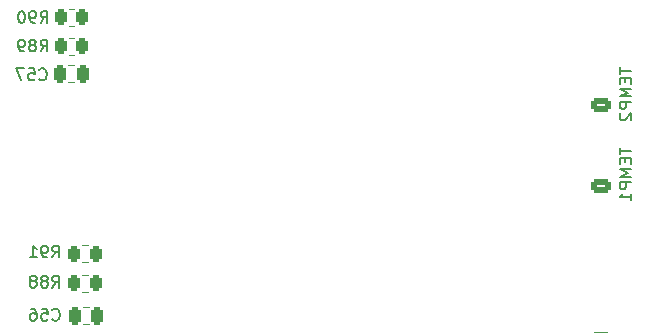
<source format=gbo>
G04 #@! TF.GenerationSoftware,KiCad,Pcbnew,(7.0.0-0)*
G04 #@! TF.CreationDate,2023-03-08T11:07:37+01:00*
G04 #@! TF.ProjectId,Flux_BMS,466c7578-5f42-44d5-932e-6b696361645f,rev?*
G04 #@! TF.SameCoordinates,Original*
G04 #@! TF.FileFunction,Legend,Bot*
G04 #@! TF.FilePolarity,Positive*
%FSLAX46Y46*%
G04 Gerber Fmt 4.6, Leading zero omitted, Abs format (unit mm)*
G04 Created by KiCad (PCBNEW (7.0.0-0)) date 2023-03-08 11:07:37*
%MOMM*%
%LPD*%
G01*
G04 APERTURE LIST*
G04 Aperture macros list*
%AMRoundRect*
0 Rectangle with rounded corners*
0 $1 Rounding radius*
0 $2 $3 $4 $5 $6 $7 $8 $9 X,Y pos of 4 corners*
0 Add a 4 corners polygon primitive as box body*
4,1,4,$2,$3,$4,$5,$6,$7,$8,$9,$2,$3,0*
0 Add four circle primitives for the rounded corners*
1,1,$1+$1,$2,$3*
1,1,$1+$1,$4,$5*
1,1,$1+$1,$6,$7*
1,1,$1+$1,$8,$9*
0 Add four rect primitives between the rounded corners*
20,1,$1+$1,$2,$3,$4,$5,0*
20,1,$1+$1,$4,$5,$6,$7,0*
20,1,$1+$1,$6,$7,$8,$9,0*
20,1,$1+$1,$8,$9,$2,$3,0*%
G04 Aperture macros list end*
%ADD10C,0.150000*%
%ADD11C,0.120000*%
%ADD12C,1.000000*%
%ADD13C,0.650000*%
%ADD14O,1.000000X2.100000*%
%ADD15O,1.000000X1.600000*%
%ADD16RoundRect,0.250000X0.625000X-0.350000X0.625000X0.350000X-0.625000X0.350000X-0.625000X-0.350000X0*%
%ADD17O,1.750000X1.200000*%
%ADD18C,3.200000*%
%ADD19C,0.600000*%
%ADD20RoundRect,0.250000X-0.625000X0.350000X-0.625000X-0.350000X0.625000X-0.350000X0.625000X0.350000X0*%
%ADD21RoundRect,0.250000X-0.350000X-0.625000X0.350000X-0.625000X0.350000X0.625000X-0.350000X0.625000X0*%
%ADD22O,1.200000X1.750000*%
%ADD23R,1.700000X1.700000*%
%ADD24O,1.700000X1.700000*%
%ADD25RoundRect,0.250000X0.262500X0.450000X-0.262500X0.450000X-0.262500X-0.450000X0.262500X-0.450000X0*%
%ADD26RoundRect,0.250000X-0.250000X-0.475000X0.250000X-0.475000X0.250000X0.475000X-0.250000X0.475000X0*%
G04 APERTURE END LIST*
D10*
X157517380Y-103614286D02*
X157517380Y-104185714D01*
X158517380Y-103900000D02*
X157517380Y-103900000D01*
X157993571Y-104519048D02*
X157993571Y-104852381D01*
X158517380Y-104995238D02*
X158517380Y-104519048D01*
X158517380Y-104519048D02*
X157517380Y-104519048D01*
X157517380Y-104519048D02*
X157517380Y-104995238D01*
X158517380Y-105423810D02*
X157517380Y-105423810D01*
X157517380Y-105423810D02*
X158231666Y-105757143D01*
X158231666Y-105757143D02*
X157517380Y-106090476D01*
X157517380Y-106090476D02*
X158517380Y-106090476D01*
X158517380Y-106566667D02*
X157517380Y-106566667D01*
X157517380Y-106566667D02*
X157517380Y-106947619D01*
X157517380Y-106947619D02*
X157565000Y-107042857D01*
X157565000Y-107042857D02*
X157612619Y-107090476D01*
X157612619Y-107090476D02*
X157707857Y-107138095D01*
X157707857Y-107138095D02*
X157850714Y-107138095D01*
X157850714Y-107138095D02*
X157945952Y-107090476D01*
X157945952Y-107090476D02*
X157993571Y-107042857D01*
X157993571Y-107042857D02*
X158041190Y-106947619D01*
X158041190Y-106947619D02*
X158041190Y-106566667D01*
X157612619Y-107519048D02*
X157565000Y-107566667D01*
X157565000Y-107566667D02*
X157517380Y-107661905D01*
X157517380Y-107661905D02*
X157517380Y-107900000D01*
X157517380Y-107900000D02*
X157565000Y-107995238D01*
X157565000Y-107995238D02*
X157612619Y-108042857D01*
X157612619Y-108042857D02*
X157707857Y-108090476D01*
X157707857Y-108090476D02*
X157803095Y-108090476D01*
X157803095Y-108090476D02*
X157945952Y-108042857D01*
X157945952Y-108042857D02*
X158517380Y-107471429D01*
X158517380Y-107471429D02*
X158517380Y-108090476D01*
X157517380Y-110414286D02*
X157517380Y-110985714D01*
X158517380Y-110700000D02*
X157517380Y-110700000D01*
X157993571Y-111319048D02*
X157993571Y-111652381D01*
X158517380Y-111795238D02*
X158517380Y-111319048D01*
X158517380Y-111319048D02*
X157517380Y-111319048D01*
X157517380Y-111319048D02*
X157517380Y-111795238D01*
X158517380Y-112223810D02*
X157517380Y-112223810D01*
X157517380Y-112223810D02*
X158231666Y-112557143D01*
X158231666Y-112557143D02*
X157517380Y-112890476D01*
X157517380Y-112890476D02*
X158517380Y-112890476D01*
X158517380Y-113366667D02*
X157517380Y-113366667D01*
X157517380Y-113366667D02*
X157517380Y-113747619D01*
X157517380Y-113747619D02*
X157565000Y-113842857D01*
X157565000Y-113842857D02*
X157612619Y-113890476D01*
X157612619Y-113890476D02*
X157707857Y-113938095D01*
X157707857Y-113938095D02*
X157850714Y-113938095D01*
X157850714Y-113938095D02*
X157945952Y-113890476D01*
X157945952Y-113890476D02*
X157993571Y-113842857D01*
X157993571Y-113842857D02*
X158041190Y-113747619D01*
X158041190Y-113747619D02*
X158041190Y-113366667D01*
X158517380Y-114890476D02*
X158517380Y-114319048D01*
X158517380Y-114604762D02*
X157517380Y-114604762D01*
X157517380Y-114604762D02*
X157660238Y-114509524D01*
X157660238Y-114509524D02*
X157755476Y-114414286D01*
X157755476Y-114414286D02*
X157803095Y-114319048D01*
X108492857Y-102267380D02*
X108826190Y-101791190D01*
X109064285Y-102267380D02*
X109064285Y-101267380D01*
X109064285Y-101267380D02*
X108683333Y-101267380D01*
X108683333Y-101267380D02*
X108588095Y-101315000D01*
X108588095Y-101315000D02*
X108540476Y-101362619D01*
X108540476Y-101362619D02*
X108492857Y-101457857D01*
X108492857Y-101457857D02*
X108492857Y-101600714D01*
X108492857Y-101600714D02*
X108540476Y-101695952D01*
X108540476Y-101695952D02*
X108588095Y-101743571D01*
X108588095Y-101743571D02*
X108683333Y-101791190D01*
X108683333Y-101791190D02*
X109064285Y-101791190D01*
X107921428Y-101695952D02*
X108016666Y-101648333D01*
X108016666Y-101648333D02*
X108064285Y-101600714D01*
X108064285Y-101600714D02*
X108111904Y-101505476D01*
X108111904Y-101505476D02*
X108111904Y-101457857D01*
X108111904Y-101457857D02*
X108064285Y-101362619D01*
X108064285Y-101362619D02*
X108016666Y-101315000D01*
X108016666Y-101315000D02*
X107921428Y-101267380D01*
X107921428Y-101267380D02*
X107730952Y-101267380D01*
X107730952Y-101267380D02*
X107635714Y-101315000D01*
X107635714Y-101315000D02*
X107588095Y-101362619D01*
X107588095Y-101362619D02*
X107540476Y-101457857D01*
X107540476Y-101457857D02*
X107540476Y-101505476D01*
X107540476Y-101505476D02*
X107588095Y-101600714D01*
X107588095Y-101600714D02*
X107635714Y-101648333D01*
X107635714Y-101648333D02*
X107730952Y-101695952D01*
X107730952Y-101695952D02*
X107921428Y-101695952D01*
X107921428Y-101695952D02*
X108016666Y-101743571D01*
X108016666Y-101743571D02*
X108064285Y-101791190D01*
X108064285Y-101791190D02*
X108111904Y-101886428D01*
X108111904Y-101886428D02*
X108111904Y-102076904D01*
X108111904Y-102076904D02*
X108064285Y-102172142D01*
X108064285Y-102172142D02*
X108016666Y-102219761D01*
X108016666Y-102219761D02*
X107921428Y-102267380D01*
X107921428Y-102267380D02*
X107730952Y-102267380D01*
X107730952Y-102267380D02*
X107635714Y-102219761D01*
X107635714Y-102219761D02*
X107588095Y-102172142D01*
X107588095Y-102172142D02*
X107540476Y-102076904D01*
X107540476Y-102076904D02*
X107540476Y-101886428D01*
X107540476Y-101886428D02*
X107588095Y-101791190D01*
X107588095Y-101791190D02*
X107635714Y-101743571D01*
X107635714Y-101743571D02*
X107730952Y-101695952D01*
X107064285Y-102267380D02*
X106873809Y-102267380D01*
X106873809Y-102267380D02*
X106778571Y-102219761D01*
X106778571Y-102219761D02*
X106730952Y-102172142D01*
X106730952Y-102172142D02*
X106635714Y-102029285D01*
X106635714Y-102029285D02*
X106588095Y-101838809D01*
X106588095Y-101838809D02*
X106588095Y-101457857D01*
X106588095Y-101457857D02*
X106635714Y-101362619D01*
X106635714Y-101362619D02*
X106683333Y-101315000D01*
X106683333Y-101315000D02*
X106778571Y-101267380D01*
X106778571Y-101267380D02*
X106969047Y-101267380D01*
X106969047Y-101267380D02*
X107064285Y-101315000D01*
X107064285Y-101315000D02*
X107111904Y-101362619D01*
X107111904Y-101362619D02*
X107159523Y-101457857D01*
X107159523Y-101457857D02*
X107159523Y-101695952D01*
X107159523Y-101695952D02*
X107111904Y-101791190D01*
X107111904Y-101791190D02*
X107064285Y-101838809D01*
X107064285Y-101838809D02*
X106969047Y-101886428D01*
X106969047Y-101886428D02*
X106778571Y-101886428D01*
X106778571Y-101886428D02*
X106683333Y-101838809D01*
X106683333Y-101838809D02*
X106635714Y-101791190D01*
X106635714Y-101791190D02*
X106588095Y-101695952D01*
X108492857Y-99867380D02*
X108826190Y-99391190D01*
X109064285Y-99867380D02*
X109064285Y-98867380D01*
X109064285Y-98867380D02*
X108683333Y-98867380D01*
X108683333Y-98867380D02*
X108588095Y-98915000D01*
X108588095Y-98915000D02*
X108540476Y-98962619D01*
X108540476Y-98962619D02*
X108492857Y-99057857D01*
X108492857Y-99057857D02*
X108492857Y-99200714D01*
X108492857Y-99200714D02*
X108540476Y-99295952D01*
X108540476Y-99295952D02*
X108588095Y-99343571D01*
X108588095Y-99343571D02*
X108683333Y-99391190D01*
X108683333Y-99391190D02*
X109064285Y-99391190D01*
X108016666Y-99867380D02*
X107826190Y-99867380D01*
X107826190Y-99867380D02*
X107730952Y-99819761D01*
X107730952Y-99819761D02*
X107683333Y-99772142D01*
X107683333Y-99772142D02*
X107588095Y-99629285D01*
X107588095Y-99629285D02*
X107540476Y-99438809D01*
X107540476Y-99438809D02*
X107540476Y-99057857D01*
X107540476Y-99057857D02*
X107588095Y-98962619D01*
X107588095Y-98962619D02*
X107635714Y-98915000D01*
X107635714Y-98915000D02*
X107730952Y-98867380D01*
X107730952Y-98867380D02*
X107921428Y-98867380D01*
X107921428Y-98867380D02*
X108016666Y-98915000D01*
X108016666Y-98915000D02*
X108064285Y-98962619D01*
X108064285Y-98962619D02*
X108111904Y-99057857D01*
X108111904Y-99057857D02*
X108111904Y-99295952D01*
X108111904Y-99295952D02*
X108064285Y-99391190D01*
X108064285Y-99391190D02*
X108016666Y-99438809D01*
X108016666Y-99438809D02*
X107921428Y-99486428D01*
X107921428Y-99486428D02*
X107730952Y-99486428D01*
X107730952Y-99486428D02*
X107635714Y-99438809D01*
X107635714Y-99438809D02*
X107588095Y-99391190D01*
X107588095Y-99391190D02*
X107540476Y-99295952D01*
X106921428Y-98867380D02*
X106826190Y-98867380D01*
X106826190Y-98867380D02*
X106730952Y-98915000D01*
X106730952Y-98915000D02*
X106683333Y-98962619D01*
X106683333Y-98962619D02*
X106635714Y-99057857D01*
X106635714Y-99057857D02*
X106588095Y-99248333D01*
X106588095Y-99248333D02*
X106588095Y-99486428D01*
X106588095Y-99486428D02*
X106635714Y-99676904D01*
X106635714Y-99676904D02*
X106683333Y-99772142D01*
X106683333Y-99772142D02*
X106730952Y-99819761D01*
X106730952Y-99819761D02*
X106826190Y-99867380D01*
X106826190Y-99867380D02*
X106921428Y-99867380D01*
X106921428Y-99867380D02*
X107016666Y-99819761D01*
X107016666Y-99819761D02*
X107064285Y-99772142D01*
X107064285Y-99772142D02*
X107111904Y-99676904D01*
X107111904Y-99676904D02*
X107159523Y-99486428D01*
X107159523Y-99486428D02*
X107159523Y-99248333D01*
X107159523Y-99248333D02*
X107111904Y-99057857D01*
X107111904Y-99057857D02*
X107064285Y-98962619D01*
X107064285Y-98962619D02*
X107016666Y-98915000D01*
X107016666Y-98915000D02*
X106921428Y-98867380D01*
X108392857Y-104622142D02*
X108440476Y-104669761D01*
X108440476Y-104669761D02*
X108583333Y-104717380D01*
X108583333Y-104717380D02*
X108678571Y-104717380D01*
X108678571Y-104717380D02*
X108821428Y-104669761D01*
X108821428Y-104669761D02*
X108916666Y-104574523D01*
X108916666Y-104574523D02*
X108964285Y-104479285D01*
X108964285Y-104479285D02*
X109011904Y-104288809D01*
X109011904Y-104288809D02*
X109011904Y-104145952D01*
X109011904Y-104145952D02*
X108964285Y-103955476D01*
X108964285Y-103955476D02*
X108916666Y-103860238D01*
X108916666Y-103860238D02*
X108821428Y-103765000D01*
X108821428Y-103765000D02*
X108678571Y-103717380D01*
X108678571Y-103717380D02*
X108583333Y-103717380D01*
X108583333Y-103717380D02*
X108440476Y-103765000D01*
X108440476Y-103765000D02*
X108392857Y-103812619D01*
X107488095Y-103717380D02*
X107964285Y-103717380D01*
X107964285Y-103717380D02*
X108011904Y-104193571D01*
X108011904Y-104193571D02*
X107964285Y-104145952D01*
X107964285Y-104145952D02*
X107869047Y-104098333D01*
X107869047Y-104098333D02*
X107630952Y-104098333D01*
X107630952Y-104098333D02*
X107535714Y-104145952D01*
X107535714Y-104145952D02*
X107488095Y-104193571D01*
X107488095Y-104193571D02*
X107440476Y-104288809D01*
X107440476Y-104288809D02*
X107440476Y-104526904D01*
X107440476Y-104526904D02*
X107488095Y-104622142D01*
X107488095Y-104622142D02*
X107535714Y-104669761D01*
X107535714Y-104669761D02*
X107630952Y-104717380D01*
X107630952Y-104717380D02*
X107869047Y-104717380D01*
X107869047Y-104717380D02*
X107964285Y-104669761D01*
X107964285Y-104669761D02*
X108011904Y-104622142D01*
X107107142Y-103717380D02*
X106440476Y-103717380D01*
X106440476Y-103717380D02*
X106869047Y-104717380D01*
X109492857Y-122267380D02*
X109826190Y-121791190D01*
X110064285Y-122267380D02*
X110064285Y-121267380D01*
X110064285Y-121267380D02*
X109683333Y-121267380D01*
X109683333Y-121267380D02*
X109588095Y-121315000D01*
X109588095Y-121315000D02*
X109540476Y-121362619D01*
X109540476Y-121362619D02*
X109492857Y-121457857D01*
X109492857Y-121457857D02*
X109492857Y-121600714D01*
X109492857Y-121600714D02*
X109540476Y-121695952D01*
X109540476Y-121695952D02*
X109588095Y-121743571D01*
X109588095Y-121743571D02*
X109683333Y-121791190D01*
X109683333Y-121791190D02*
X110064285Y-121791190D01*
X108921428Y-121695952D02*
X109016666Y-121648333D01*
X109016666Y-121648333D02*
X109064285Y-121600714D01*
X109064285Y-121600714D02*
X109111904Y-121505476D01*
X109111904Y-121505476D02*
X109111904Y-121457857D01*
X109111904Y-121457857D02*
X109064285Y-121362619D01*
X109064285Y-121362619D02*
X109016666Y-121315000D01*
X109016666Y-121315000D02*
X108921428Y-121267380D01*
X108921428Y-121267380D02*
X108730952Y-121267380D01*
X108730952Y-121267380D02*
X108635714Y-121315000D01*
X108635714Y-121315000D02*
X108588095Y-121362619D01*
X108588095Y-121362619D02*
X108540476Y-121457857D01*
X108540476Y-121457857D02*
X108540476Y-121505476D01*
X108540476Y-121505476D02*
X108588095Y-121600714D01*
X108588095Y-121600714D02*
X108635714Y-121648333D01*
X108635714Y-121648333D02*
X108730952Y-121695952D01*
X108730952Y-121695952D02*
X108921428Y-121695952D01*
X108921428Y-121695952D02*
X109016666Y-121743571D01*
X109016666Y-121743571D02*
X109064285Y-121791190D01*
X109064285Y-121791190D02*
X109111904Y-121886428D01*
X109111904Y-121886428D02*
X109111904Y-122076904D01*
X109111904Y-122076904D02*
X109064285Y-122172142D01*
X109064285Y-122172142D02*
X109016666Y-122219761D01*
X109016666Y-122219761D02*
X108921428Y-122267380D01*
X108921428Y-122267380D02*
X108730952Y-122267380D01*
X108730952Y-122267380D02*
X108635714Y-122219761D01*
X108635714Y-122219761D02*
X108588095Y-122172142D01*
X108588095Y-122172142D02*
X108540476Y-122076904D01*
X108540476Y-122076904D02*
X108540476Y-121886428D01*
X108540476Y-121886428D02*
X108588095Y-121791190D01*
X108588095Y-121791190D02*
X108635714Y-121743571D01*
X108635714Y-121743571D02*
X108730952Y-121695952D01*
X107969047Y-121695952D02*
X108064285Y-121648333D01*
X108064285Y-121648333D02*
X108111904Y-121600714D01*
X108111904Y-121600714D02*
X108159523Y-121505476D01*
X108159523Y-121505476D02*
X108159523Y-121457857D01*
X108159523Y-121457857D02*
X108111904Y-121362619D01*
X108111904Y-121362619D02*
X108064285Y-121315000D01*
X108064285Y-121315000D02*
X107969047Y-121267380D01*
X107969047Y-121267380D02*
X107778571Y-121267380D01*
X107778571Y-121267380D02*
X107683333Y-121315000D01*
X107683333Y-121315000D02*
X107635714Y-121362619D01*
X107635714Y-121362619D02*
X107588095Y-121457857D01*
X107588095Y-121457857D02*
X107588095Y-121505476D01*
X107588095Y-121505476D02*
X107635714Y-121600714D01*
X107635714Y-121600714D02*
X107683333Y-121648333D01*
X107683333Y-121648333D02*
X107778571Y-121695952D01*
X107778571Y-121695952D02*
X107969047Y-121695952D01*
X107969047Y-121695952D02*
X108064285Y-121743571D01*
X108064285Y-121743571D02*
X108111904Y-121791190D01*
X108111904Y-121791190D02*
X108159523Y-121886428D01*
X108159523Y-121886428D02*
X108159523Y-122076904D01*
X108159523Y-122076904D02*
X108111904Y-122172142D01*
X108111904Y-122172142D02*
X108064285Y-122219761D01*
X108064285Y-122219761D02*
X107969047Y-122267380D01*
X107969047Y-122267380D02*
X107778571Y-122267380D01*
X107778571Y-122267380D02*
X107683333Y-122219761D01*
X107683333Y-122219761D02*
X107635714Y-122172142D01*
X107635714Y-122172142D02*
X107588095Y-122076904D01*
X107588095Y-122076904D02*
X107588095Y-121886428D01*
X107588095Y-121886428D02*
X107635714Y-121791190D01*
X107635714Y-121791190D02*
X107683333Y-121743571D01*
X107683333Y-121743571D02*
X107778571Y-121695952D01*
X109492857Y-119717380D02*
X109826190Y-119241190D01*
X110064285Y-119717380D02*
X110064285Y-118717380D01*
X110064285Y-118717380D02*
X109683333Y-118717380D01*
X109683333Y-118717380D02*
X109588095Y-118765000D01*
X109588095Y-118765000D02*
X109540476Y-118812619D01*
X109540476Y-118812619D02*
X109492857Y-118907857D01*
X109492857Y-118907857D02*
X109492857Y-119050714D01*
X109492857Y-119050714D02*
X109540476Y-119145952D01*
X109540476Y-119145952D02*
X109588095Y-119193571D01*
X109588095Y-119193571D02*
X109683333Y-119241190D01*
X109683333Y-119241190D02*
X110064285Y-119241190D01*
X109016666Y-119717380D02*
X108826190Y-119717380D01*
X108826190Y-119717380D02*
X108730952Y-119669761D01*
X108730952Y-119669761D02*
X108683333Y-119622142D01*
X108683333Y-119622142D02*
X108588095Y-119479285D01*
X108588095Y-119479285D02*
X108540476Y-119288809D01*
X108540476Y-119288809D02*
X108540476Y-118907857D01*
X108540476Y-118907857D02*
X108588095Y-118812619D01*
X108588095Y-118812619D02*
X108635714Y-118765000D01*
X108635714Y-118765000D02*
X108730952Y-118717380D01*
X108730952Y-118717380D02*
X108921428Y-118717380D01*
X108921428Y-118717380D02*
X109016666Y-118765000D01*
X109016666Y-118765000D02*
X109064285Y-118812619D01*
X109064285Y-118812619D02*
X109111904Y-118907857D01*
X109111904Y-118907857D02*
X109111904Y-119145952D01*
X109111904Y-119145952D02*
X109064285Y-119241190D01*
X109064285Y-119241190D02*
X109016666Y-119288809D01*
X109016666Y-119288809D02*
X108921428Y-119336428D01*
X108921428Y-119336428D02*
X108730952Y-119336428D01*
X108730952Y-119336428D02*
X108635714Y-119288809D01*
X108635714Y-119288809D02*
X108588095Y-119241190D01*
X108588095Y-119241190D02*
X108540476Y-119145952D01*
X107588095Y-119717380D02*
X108159523Y-119717380D01*
X107873809Y-119717380D02*
X107873809Y-118717380D01*
X107873809Y-118717380D02*
X107969047Y-118860238D01*
X107969047Y-118860238D02*
X108064285Y-118955476D01*
X108064285Y-118955476D02*
X108159523Y-119003095D01*
X109492857Y-124972142D02*
X109540476Y-125019761D01*
X109540476Y-125019761D02*
X109683333Y-125067380D01*
X109683333Y-125067380D02*
X109778571Y-125067380D01*
X109778571Y-125067380D02*
X109921428Y-125019761D01*
X109921428Y-125019761D02*
X110016666Y-124924523D01*
X110016666Y-124924523D02*
X110064285Y-124829285D01*
X110064285Y-124829285D02*
X110111904Y-124638809D01*
X110111904Y-124638809D02*
X110111904Y-124495952D01*
X110111904Y-124495952D02*
X110064285Y-124305476D01*
X110064285Y-124305476D02*
X110016666Y-124210238D01*
X110016666Y-124210238D02*
X109921428Y-124115000D01*
X109921428Y-124115000D02*
X109778571Y-124067380D01*
X109778571Y-124067380D02*
X109683333Y-124067380D01*
X109683333Y-124067380D02*
X109540476Y-124115000D01*
X109540476Y-124115000D02*
X109492857Y-124162619D01*
X108588095Y-124067380D02*
X109064285Y-124067380D01*
X109064285Y-124067380D02*
X109111904Y-124543571D01*
X109111904Y-124543571D02*
X109064285Y-124495952D01*
X109064285Y-124495952D02*
X108969047Y-124448333D01*
X108969047Y-124448333D02*
X108730952Y-124448333D01*
X108730952Y-124448333D02*
X108635714Y-124495952D01*
X108635714Y-124495952D02*
X108588095Y-124543571D01*
X108588095Y-124543571D02*
X108540476Y-124638809D01*
X108540476Y-124638809D02*
X108540476Y-124876904D01*
X108540476Y-124876904D02*
X108588095Y-124972142D01*
X108588095Y-124972142D02*
X108635714Y-125019761D01*
X108635714Y-125019761D02*
X108730952Y-125067380D01*
X108730952Y-125067380D02*
X108969047Y-125067380D01*
X108969047Y-125067380D02*
X109064285Y-125019761D01*
X109064285Y-125019761D02*
X109111904Y-124972142D01*
X107683333Y-124067380D02*
X107873809Y-124067380D01*
X107873809Y-124067380D02*
X107969047Y-124115000D01*
X107969047Y-124115000D02*
X108016666Y-124162619D01*
X108016666Y-124162619D02*
X108111904Y-124305476D01*
X108111904Y-124305476D02*
X108159523Y-124495952D01*
X108159523Y-124495952D02*
X108159523Y-124876904D01*
X108159523Y-124876904D02*
X108111904Y-124972142D01*
X108111904Y-124972142D02*
X108064285Y-125019761D01*
X108064285Y-125019761D02*
X107969047Y-125067380D01*
X107969047Y-125067380D02*
X107778571Y-125067380D01*
X107778571Y-125067380D02*
X107683333Y-125019761D01*
X107683333Y-125019761D02*
X107635714Y-124972142D01*
X107635714Y-124972142D02*
X107588095Y-124876904D01*
X107588095Y-124876904D02*
X107588095Y-124638809D01*
X107588095Y-124638809D02*
X107635714Y-124543571D01*
X107635714Y-124543571D02*
X107683333Y-124495952D01*
X107683333Y-124495952D02*
X107778571Y-124448333D01*
X107778571Y-124448333D02*
X107969047Y-124448333D01*
X107969047Y-124448333D02*
X108064285Y-124495952D01*
X108064285Y-124495952D02*
X108111904Y-124543571D01*
X108111904Y-124543571D02*
X108159523Y-124638809D01*
D11*
X111327064Y-102585000D02*
X110872936Y-102585000D01*
X111327064Y-101115000D02*
X110872936Y-101115000D01*
X111327064Y-100135000D02*
X110872936Y-100135000D01*
X111327064Y-98665000D02*
X110872936Y-98665000D01*
X110838748Y-103415000D02*
X111361252Y-103415000D01*
X110838748Y-104885000D02*
X111361252Y-104885000D01*
X112477064Y-122635000D02*
X112022936Y-122635000D01*
X112477064Y-121165000D02*
X112022936Y-121165000D01*
X112477064Y-120135000D02*
X112022936Y-120135000D01*
X112477064Y-118665000D02*
X112022936Y-118665000D01*
X112088748Y-123915000D02*
X112611252Y-123915000D01*
X112088748Y-125385000D02*
X112611252Y-125385000D01*
%LPC*%
D12*
X86650000Y-116333330D03*
X86650000Y-124359996D03*
X86650000Y-100279998D03*
X86650000Y-92253332D03*
X86650000Y-120346663D03*
D13*
X120660000Y-131900000D03*
X126440000Y-131900000D03*
D14*
X119229999Y-131369999D03*
D15*
X119229999Y-135549999D03*
D14*
X127869999Y-131369999D03*
D15*
X127869999Y-135549999D03*
D16*
X155950000Y-113700000D03*
D17*
X155949999Y-111699999D03*
D16*
X155950000Y-106800000D03*
D17*
X155949999Y-104799999D03*
D18*
X79350000Y-77050000D03*
D16*
X155950000Y-126600000D03*
D17*
X155949999Y-124599999D03*
X155949999Y-122599999D03*
X155949999Y-120599999D03*
X155949999Y-118599999D03*
D12*
X86650000Y-80213333D03*
D19*
X123050000Y-74300000D03*
X123050000Y-75300000D03*
X123050000Y-76300000D03*
X123050000Y-77300000D03*
X124050000Y-74300000D03*
X124050000Y-75300000D03*
X124050000Y-76300000D03*
X124050000Y-77300000D03*
X125050000Y-74300000D03*
X125050000Y-75300000D03*
X125050000Y-76300000D03*
X125050000Y-77300000D03*
X126050000Y-74300000D03*
X126050000Y-75300000D03*
X126050000Y-76300000D03*
X126050000Y-77300000D03*
D20*
X82450000Y-110783332D03*
D17*
X82449999Y-112783331D03*
X82449999Y-114783331D03*
X82449999Y-116783331D03*
X82449999Y-118783331D03*
X82449999Y-120783331D03*
X82449999Y-122783331D03*
X82449999Y-124783331D03*
D12*
X86650000Y-88239999D03*
X86650000Y-76000000D03*
D18*
X155600000Y-77050000D03*
X79350000Y-135150000D03*
D12*
X86650000Y-108306664D03*
X86650000Y-112319997D03*
D21*
X143650000Y-135450000D03*
D22*
X145649999Y-135449999D03*
X147649999Y-135449999D03*
X149649999Y-135449999D03*
D20*
X82450000Y-87400000D03*
D17*
X82449999Y-89399999D03*
X82449999Y-91399999D03*
X82449999Y-93399999D03*
X82449999Y-95399999D03*
X82449999Y-97399999D03*
X82449999Y-99399999D03*
X82449999Y-101399999D03*
D12*
X86650000Y-136400000D03*
X86650000Y-128373329D03*
D23*
X127099999Y-117399999D03*
D24*
X129639999Y-117399999D03*
D19*
X130050000Y-74300000D03*
X130050000Y-75300000D03*
X130050000Y-76300000D03*
X130050000Y-77300000D03*
X131050000Y-74300000D03*
X131050000Y-75300000D03*
X131050000Y-76300000D03*
X131050000Y-77300000D03*
X132050000Y-74300000D03*
X132050000Y-75300000D03*
X132050000Y-76300000D03*
X132050000Y-77300000D03*
X133050000Y-74300000D03*
X133050000Y-75300000D03*
X133050000Y-76300000D03*
X133050000Y-77300000D03*
D12*
X86650000Y-104293331D03*
X86650000Y-132386662D03*
X86650000Y-84226666D03*
D19*
X147650000Y-77350000D03*
X147650000Y-76350000D03*
X147650000Y-75350000D03*
X147650000Y-74350000D03*
X146650000Y-77350000D03*
X146650000Y-76350000D03*
X146650000Y-75350000D03*
X146650000Y-74350000D03*
X145650000Y-77350000D03*
X145650000Y-76350000D03*
X145650000Y-75350000D03*
X145650000Y-74350000D03*
X144650000Y-77350000D03*
X144650000Y-76350000D03*
X144650000Y-75350000D03*
X144650000Y-74350000D03*
X141600000Y-77400000D03*
X141600000Y-76400000D03*
X141600000Y-75400000D03*
X141600000Y-74400000D03*
X140600000Y-77400000D03*
X140600000Y-76400000D03*
X140600000Y-75400000D03*
X140600000Y-74400000D03*
X139600000Y-77400000D03*
X139600000Y-76400000D03*
X139600000Y-75400000D03*
X139600000Y-74400000D03*
X138600000Y-77400000D03*
X138600000Y-76400000D03*
X138600000Y-75400000D03*
X138600000Y-74400000D03*
D18*
X155600000Y-135050000D03*
D12*
X86650000Y-96266665D03*
D25*
X112012500Y-101850000D03*
X110187500Y-101850000D03*
X112012500Y-99400000D03*
X110187500Y-99400000D03*
D26*
X110150000Y-104150000D03*
X112050000Y-104150000D03*
D25*
X113162500Y-121900000D03*
X111337500Y-121900000D03*
X113162500Y-119400000D03*
X111337500Y-119400000D03*
D26*
X111400000Y-124650000D03*
X113300000Y-124650000D03*
M02*

</source>
